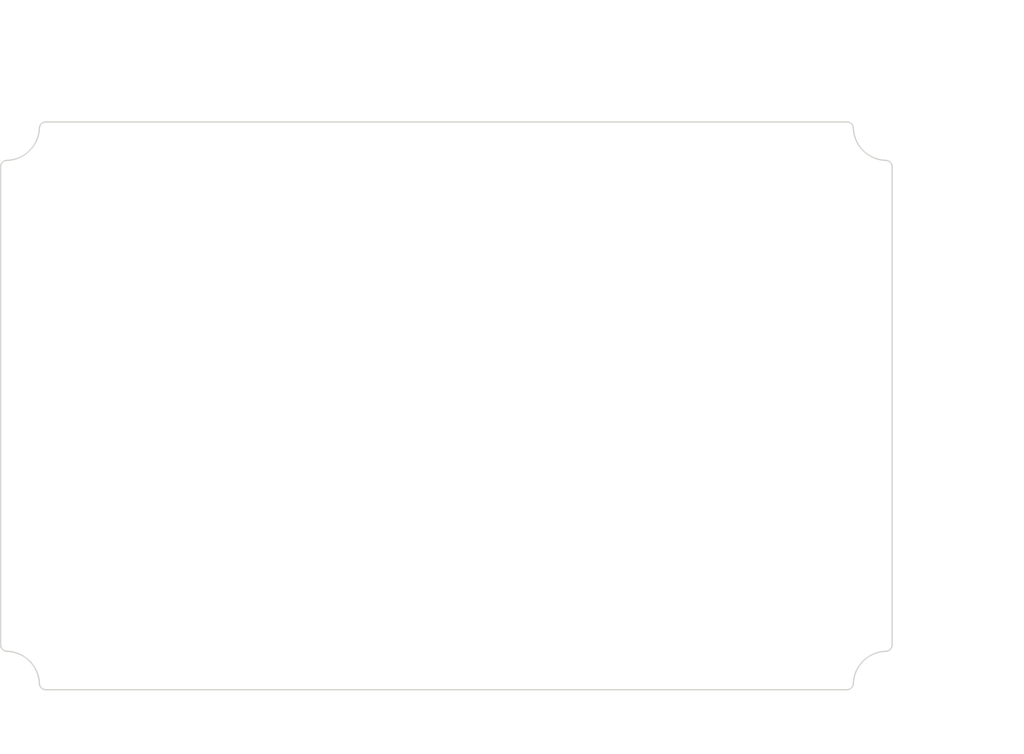
<source format=kicad_pcb>
(kicad_pcb (version 20171130) (host pcbnew "(5.1.0)-1")

  (general
    (thickness 1.6)
    (drawings 48)
    (tracks 0)
    (zones 0)
    (modules 0)
    (nets 1)
  )

  (page A4)
  (layers
    (0 F.Cu signal)
    (31 B.Cu signal)
    (32 B.Adhes user)
    (33 F.Adhes user)
    (34 B.Paste user)
    (35 F.Paste user)
    (36 B.SilkS user)
    (37 F.SilkS user)
    (38 B.Mask user)
    (39 F.Mask user)
    (40 Dwgs.User user)
    (41 Cmts.User user)
    (42 Eco1.User user)
    (43 Eco2.User user)
    (44 Edge.Cuts user)
    (45 Margin user)
    (46 B.CrtYd user)
    (47 F.CrtYd user)
    (48 B.Fab user)
    (49 F.Fab user)
  )

  (setup
    (last_trace_width 0.25)
    (trace_clearance 0.2)
    (zone_clearance 0.508)
    (zone_45_only no)
    (trace_min 0.2)
    (via_size 0.8)
    (via_drill 0.4)
    (via_min_size 0.4)
    (via_min_drill 0.3)
    (uvia_size 0.3)
    (uvia_drill 0.1)
    (uvias_allowed no)
    (uvia_min_size 0.2)
    (uvia_min_drill 0.1)
    (edge_width 0.05)
    (segment_width 0.2)
    (pcb_text_width 0.3)
    (pcb_text_size 1.5 1.5)
    (mod_edge_width 0.12)
    (mod_text_size 1 1)
    (mod_text_width 0.15)
    (pad_size 1.524 1.524)
    (pad_drill 0.762)
    (pad_to_mask_clearance 0.051)
    (solder_mask_min_width 0.25)
    (aux_axis_origin 0 0)
    (visible_elements FFFFFF7F)
    (pcbplotparams
      (layerselection 0x010fc_ffffffff)
      (usegerberextensions false)
      (usegerberattributes false)
      (usegerberadvancedattributes false)
      (creategerberjobfile false)
      (excludeedgelayer true)
      (linewidth 0.152400)
      (plotframeref false)
      (viasonmask false)
      (mode 1)
      (useauxorigin false)
      (hpglpennumber 1)
      (hpglpenspeed 20)
      (hpglpendiameter 15.000000)
      (psnegative false)
      (psa4output false)
      (plotreference true)
      (plotvalue true)
      (plotinvisibletext false)
      (padsonsilk false)
      (subtractmaskfromsilk false)
      (outputformat 1)
      (mirror false)
      (drillshape 1)
      (scaleselection 1)
      (outputdirectory ""))
  )

  (net 0 "")

  (net_class Default "This is the default net class."
    (clearance 0.2)
    (trace_width 0.25)
    (via_dia 0.8)
    (via_drill 0.4)
    (uvia_dia 0.3)
    (uvia_drill 0.1)
  )

  (gr_line (start 202.126685 51.890495) (end 78.000624 51.890495) (layer Edge.Cuts) (width 0.2))
  (gr_arc (start 208.313655 52.659051) (end 203.125986 52.853113) (angle -86.17830462) (layer Edge.Cuts) (width 0.2))
  (gr_line (start 209.132211 132.970414) (end 209.132211 58.847689) (layer Edge.Cuts) (width 0.2))
  (gr_arc (start 208.313655 139.159051) (end 208.161517 133.969984) (angle -86.17830462) (layer Edge.Cuts) (width 0.2))
  (gr_line (start 78.000624 139.927608) (end 202.126685 139.927608) (layer Edge.Cuts) (width 0.2))
  (gr_arc (start 71.813655 139.159051) (end 77.001323 138.96499) (angle -86.17830491) (layer Edge.Cuts) (width 0.2))
  (gr_line (start 70.995098 58.847689) (end 70.995098 132.970414) (layer Edge.Cuts) (width 0.2))
  (gr_arc (start 71.813655 52.659051) (end 71.965792 57.848118) (angle -86.17830491) (layer Edge.Cuts) (width 0.2))
  (gr_arc (start 202.126685 52.890495) (end 203.125986 52.853113) (angle -87.85766696) (layer Edge.Cuts) (width 0.2))
  (gr_arc (start 208.132211 58.847689) (end 209.132211 58.847689) (angle -88.32063766) (layer Edge.Cuts) (width 0.2))
  (gr_arc (start 208.132211 132.970414) (end 208.161517 133.969984) (angle -88.32063766) (layer Edge.Cuts) (width 0.2))
  (gr_arc (start 202.126685 138.927608) (end 202.126685 139.927608) (angle -87.85766696) (layer Edge.Cuts) (width 0.2))
  (gr_arc (start 78.000624 138.927608) (end 77.001323 138.96499) (angle -87.85766696) (layer Edge.Cuts) (width 0.2))
  (gr_arc (start 71.995098 132.970414) (end 70.995098 132.970414) (angle -88.32063794) (layer Edge.Cuts) (width 0.2))
  (gr_arc (start 71.995098 58.847689) (end 71.965792 57.848118) (angle -88.32063794) (layer Edge.Cuts) (width 0.2))
  (gr_arc (start 78.000624 52.890495) (end 78.000624 51.890495) (angle -87.85766696) (layer Edge.Cuts) (width 0.2))
  (gr_text [R0.04] (at 212.578789 148.508345) (layer Dwgs.User)
    (effects (font (size 1.7 1.53) (thickness 0.2125)))
  )
  (gr_text " R1.00" (at 212.578789 144.95091) (layer Dwgs.User)
    (effects (font (size 1.7 1.53) (thickness 0.2125)))
  )
  (gr_line (start 206.108018 146.618884) (end 203.505797 141.591825) (layer Dwgs.User) (width 0.2))
  (gr_line (start 208.108018 146.618884) (end 206.108018 146.618884) (layer Dwgs.User) (width 0.2))
  (gr_text [R0.20] (at 196.448036 133.253004) (layer Dwgs.User)
    (effects (font (size 1.7 1.53) (thickness 0.2125)))
  )
  (gr_text " R5.19" (at 196.448036 129.695569) (layer Dwgs.User)
    (effects (font (size 1.7 1.53) (thickness 0.2125)))
  )
  (gr_line (start 202.918807 131.363543) (end 204.221344 133.245698) (layer Dwgs.User) (width 0.2))
  (gr_line (start 200.918807 131.363543) (end 202.918807 131.363543) (layer Dwgs.User) (width 0.2))
  (gr_text [3.47] (at 225.553053 107.789478) (layer Dwgs.User)
    (effects (font (size 1.7 1.53) (thickness 0.2125)))
  )
  (gr_text " 88.04" (at 225.553053 104.232043) (layer Dwgs.User)
    (effects (font (size 1.7 1.53) (thickness 0.2125)))
  )
  (gr_line (start 225.553053 53.890495) (end 225.553053 102.342582) (layer Dwgs.User) (width 0.2))
  (gr_line (start 225.553053 137.927608) (end 225.553053 109.457452) (layer Dwgs.User) (width 0.2))
  (gr_line (start 204.122358 51.890495) (end 228.728053 51.890495) (layer Dwgs.User) (width 0.2))
  (gr_line (start 204.122358 139.927608) (end 228.728053 139.927608) (layer Dwgs.User) (width 0.2))
  (gr_text [3.00] (at 215.324115 77.102665) (layer Dwgs.User)
    (effects (font (size 1.7 1.53) (thickness 0.2125)))
  )
  (gr_text " 76.12" (at 215.324115 73.545229) (layer Dwgs.User)
    (effects (font (size 1.7 1.53) (thickness 0.2125)))
  )
  (gr_line (start 215.324115 131.967755) (end 215.324115 78.770639) (layer Dwgs.User) (width 0.2))
  (gr_line (start 215.324115 59.850348) (end 215.324115 71.655768) (layer Dwgs.User) (width 0.2))
  (gr_line (start 210.132211 133.967755) (end 218.499115 133.967755) (layer Dwgs.User) (width 0.2))
  (gr_line (start 210.132211 57.850348) (end 218.499115 57.850348) (layer Dwgs.User) (width 0.2))
  (gr_text [4.97] (at 155.691583 46.415851) (layer Dwgs.User)
    (effects (font (size 1.7 1.53) (thickness 0.2125)))
  )
  (gr_text " 126.12" (at 155.691583 42.858416) (layer Dwgs.User)
    (effects (font (size 1.7 1.53) (thickness 0.2125)))
  )
  (gr_line (start 201.122358 44.52639) (end 160.390799 44.52639) (layer Dwgs.User) (width 0.2))
  (gr_line (start 79.004951 44.52639) (end 150.992367 44.52639) (layer Dwgs.User) (width 0.2))
  (gr_line (start 203.122358 50.890495) (end 203.122358 41.35139) (layer Dwgs.User) (width 0.2))
  (gr_line (start 77.004951 50.890495) (end 77.004951 41.35139) (layer Dwgs.User) (width 0.2))
  (gr_text [5.44] (at 150.033022 38.142167) (layer Dwgs.User)
    (effects (font (size 1.7 1.53) (thickness 0.2125)))
  )
  (gr_text " 138.14" (at 150.033022 34.587631) (layer Dwgs.User)
    (effects (font (size 1.7 1.53) (thickness 0.2125)))
  )
  (gr_line (start 72.995098 36.256185) (end 145.328588 36.256185) (layer Dwgs.User) (width 0.2))
  (gr_line (start 207.132211 36.256185) (end 154.737456 36.256185) (layer Dwgs.User) (width 0.2))
  (gr_line (start 70.995098 56.850348) (end 70.995098 33.081185) (layer Dwgs.User) (width 0.2))
  (gr_line (start 209.132211 56.850348) (end 209.132211 33.081185) (layer Dwgs.User) (width 0.2))

)

</source>
